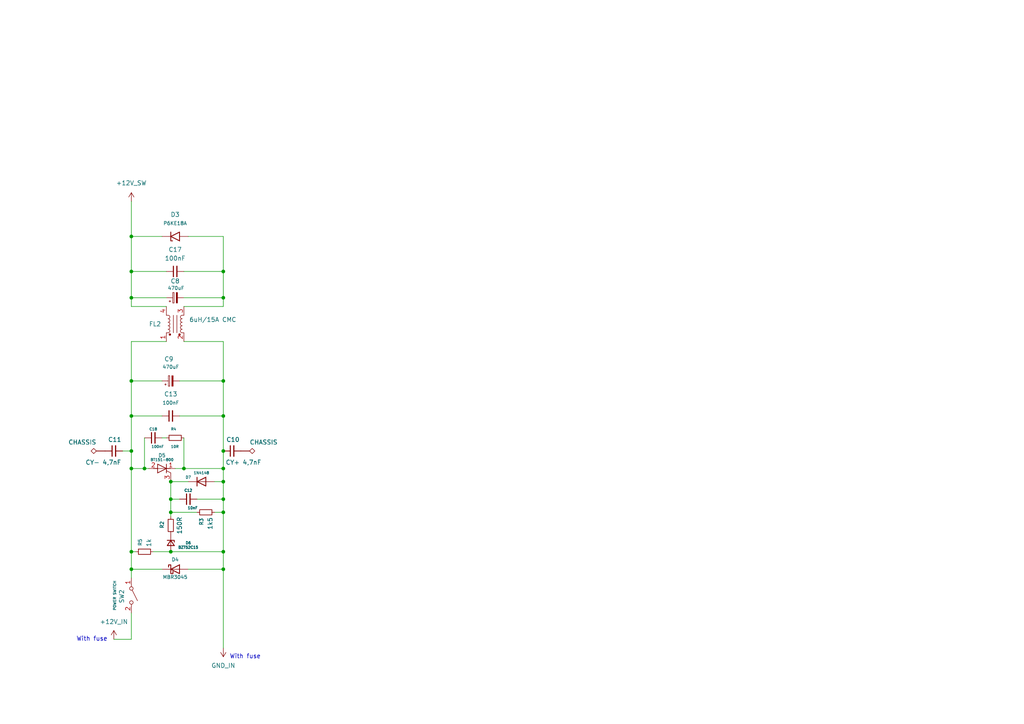
<source format=kicad_sch>
(kicad_sch (version 20250114) (generator "eeschema") (generator_version "9.0")
  (paper "A4")
  (title_block (title "Omega Radio"))
  (lib_symbols
    (symbol "Connector:TestPoint_Alt" (pin_numbers (hide yes)) (pin_names (offset 0.762) (hide yes))
      (property "Reference" "TP" (at 0 6.858 0))
      (property "Value" "TestPoint_Alt" (at 0 5.08 0))
      (symbol "TestPoint_Alt_0_1"
        (polyline (pts (xy 0 2.54) (xy -0.762 3.302) (xy 0 4.064) (xy 0.762 3.302) (xy 0 2.54)))
      )
      (symbol "TestPoint_Alt_1_1"
        (pin passive line (at 0 0 90) (length 2.54) (name "1") (number "1"))
      )
    )
    (symbol "Device:C_Polarized_Small" (pin_numbers (hide yes)) (pin_names (offset 0.254) (hide yes))
      (property "Reference" "C" (at 0.254 1.778 0))
      (property "Value" "C_Polarized_Small" (at 0.254 -2.032 0))
      (symbol "C_Polarized_Small_0_1"
        (rectangle (start -1.524 0.6858) (end 1.524 0.3048))
        (rectangle (start -1.524 -0.3048) (end 1.524 -0.6858) (fill (type outline)))
        (polyline (pts (xy -1.27 1.524) (xy -0.762 1.524)))
        (polyline (pts (xy -1.016 1.27) (xy -1.016 1.778)))
      )
      (symbol "C_Polarized_Small_1_1"
        (pin passive line (at 0 2.54 270) (length 1.8542) (name "~") (number "1"))
        (pin passive line (at 0 -2.54 90) (length 1.8542) (name "~") (number "2"))
      )
    )
    (symbol "Device:C_Small" (pin_numbers (hide yes)) (pin_names (offset 0.254) (hide yes))
      (property "Reference" "C" (at 0.254 1.778 0))
      (property "Value" "C_Small" (at 0.254 -2.032 0))
      (symbol "C_Small_0_1"
        (polyline (pts (xy -1.524 0.508) (xy 1.524 0.508)) (stroke (width 0.3048)))
        (polyline (pts (xy -1.524 -0.508) (xy 1.524 -0.508)) (stroke (width 0.3302)))
      )
      (symbol "C_Small_1_1"
        (pin passive line (at 0 2.54 270) (length 2.032) (name "~") (number "1"))
        (pin passive line (at 0 -2.54 90) (length 2.032) (name "~") (number "2"))
      )
    )
    (symbol "Device:D_Zener_Small" (pin_numbers (hide yes)) (pin_names (offset 0.254) (hide yes))
      (property "Reference" "D" (at 0 2.286 0))
      (property "Value" "D_Zener_Small" (at 0 -2.286 0))
      (symbol "D_Zener_Small_0_1"
        (polyline (pts (xy -0.254 1.016) (xy -0.762 1.016) (xy -0.762 -1.016)) (stroke (width 0.254)))
        (polyline (pts (xy 0.762 1.016) (xy -0.762 0) (xy 0.762 -1.016) (xy 0.762 1.016)) (stroke (width 0.254)))
        (polyline (pts (xy 0.762 0) (xy -0.762 0)))
      )
      (symbol "D_Zener_Small_1_1"
        (pin passive line (at -2.54 0 0) (length 1.778) (name "K") (number "1"))
        (pin passive line (at 2.54 0 180) (length 1.778) (name "A") (number "2"))
      )
    )
    (symbol "Device:Q_SCR_KAG" (pin_names (offset 0) (hide yes))
      (property "Reference" "D" (at 1.905 0.635 0))
      (property "Value" "Q_SCR_KAG" (at 1.905 -1.27 0))
      (symbol "Q_SCR_KAG_0_1"
        (polyline (pts (xy -1.27 1.27) (xy 1.27 1.27) (xy 0 -1.27) (xy -1.27 1.27)) (stroke (width 0.2032)))
        (polyline (pts (xy -1.27 -1.27) (xy 1.27 -1.27)) (stroke (width 0.2032)))
        (polyline (pts (xy -1.27 -2.54) (xy -0.635 -1.27)))
        (polyline (pts (xy 0 -2.54) (xy 0 2.54)))
      )
      (symbol "Q_SCR_KAG_1_1"
        (pin input line (at -3.81 -2.54 0) (length 2.54) (name "G") (number "3"))
        (pin passive line (at 0 3.81 270) (length 2.54) (name "A") (number "2"))
        (pin passive line (at 0 -3.81 90) (length 2.54) (name "K") (number "1"))
      )
    )
    (symbol "Device:R_Small" (pin_numbers (hide yes)) (pin_names (offset 0.254) (hide yes))
      (property "Reference" "R" (at 0 0 90))
      (property "Value" "R_Small" (at 1.778 0 90))
      (symbol "R_Small_0_1"
        (rectangle (start -0.762 1.778) (end 0.762 -1.778) (stroke (width 0.2032)))
      )
      (symbol "R_Small_1_1"
        (pin passive line (at 0 2.54 270) (length 0.762) (name "~") (number "1"))
        (pin passive line (at 0 -2.54 90) (length 0.762) (name "~") (number "2"))
      )
    )
    (symbol "Diode:1N4148" (pin_numbers (hide yes)) (pin_names (hide yes))
      (property "Reference" "D" (at 0 2.54 0))
      (property "Value" "1N4148" (at 0 -2.54 0))
      (symbol "1N4148_0_1"
        (polyline (pts (xy -1.27 1.27) (xy -1.27 -1.27)) (stroke (width 0.254)))
        (polyline (pts (xy 1.27 1.27) (xy 1.27 -1.27) (xy -1.27 0) (xy 1.27 1.27)) (stroke (width 0.254)))
        (polyline (pts (xy 1.27 0) (xy -1.27 0)))
      )
      (symbol "1N4148_1_1"
        (pin passive line (at -3.81 0 0) (length 2.54) (name "K") (number "1"))
        (pin passive line (at 3.81 0 180) (length 2.54) (name "A") (number "2"))
      )
    )
    (symbol "Diode:5KPxxA" (pin_numbers (hide yes)) (pin_names (offset 1.016) (hide yes))
      (property "Reference" "D" (at 0 2.54 0))
      (property "Value" "5KPxxA" (at 0 -2.54 0))
      (symbol "5KPxxA_0_1"
        (polyline (pts (xy -0.762 1.27) (xy -1.27 1.27) (xy -1.27 -1.27)) (stroke (width 0.254)))
        (polyline (pts (xy 1.27 1.27) (xy 1.27 -1.27) (xy -1.27 0) (xy 1.27 1.27)) (stroke (width 0.254)))
      )
      (symbol "5KPxxA_1_1"
        (pin passive line (at -3.81 0 0) (length 2.54) (name "A1") (number "1"))
        (pin passive line (at 3.81 0 180) (length 2.54) (name "A2") (number "2"))
      )
    )
    (symbol "Diode:MBR735" (pin_numbers (hide yes)) (pin_names (offset 1.016) (hide yes))
      (property "Reference" "D" (at 0 2.54 0))
      (property "Value" "MBR735" (at 0 -2.54 0))
      (symbol "MBR735_0_1"
        (polyline (pts (xy -1.905 0.635) (xy -1.905 1.27) (xy -1.27 1.27) (xy -1.27 -1.27) (xy -0.635 -1.27) (xy -0.635 -0.635)) (stroke (width 0.254)))
        (polyline (pts (xy 1.27 1.27) (xy 1.27 -1.27) (xy -1.27 0) (xy 1.27 1.27)) (stroke (width 0.254)))
        (polyline (pts (xy 1.27 0) (xy -1.27 0)))
      )
      (symbol "MBR735_1_1"
        (pin passive line (at -3.81 0 0) (length 2.54) (name "K") (number "1"))
        (pin passive line (at 3.81 0 180) (length 2.54) (name "A") (number "2"))
      )
    )
    (symbol "Filter:Choke_CommonMode_PulseElectronics_PH9455x105NL" (pin_names (hide yes))
      (property "Reference" "FL" (at 0 5.08 0))
      (property "Value" "Choke_CommonMode_PulseElectronics_PH9455x105NL" (at 0 -5.08 0))
      (symbol "Choke_CommonMode_PulseElectronics_PH9455x105NL_1_1"
        (circle (center -3.048 1.524) (radius 0.254) (fill (type outline)))
        (circle (center -3.048 -1.27) (radius 0.254) (fill (type outline)))
        (polyline (pts (xy -2.54 2.032) (xy -2.54 2.54)))
        (polyline (pts (xy -2.54 0.508) (xy 2.54 0.508)))
        (polyline (pts (xy -2.54 -2.032) (xy -2.54 -2.54)))
        (arc (start -1.524 2.032) (mid -2.032 1.5262) (end -2.54 2.032))
        (arc (start -2.54 -2.032) (mid -2.032 -1.5262) (end -1.524 -2.032))
        (arc (start -0.508 2.032) (mid -1.016 1.5262) (end -1.524 2.032))
        (arc (start -1.524 -2.032) (mid -1.016 -1.5262) (end -0.508 -2.032))
        (arc (start 0.508 2.032) (mid 0 1.5262) (end -0.508 2.032))
        (arc (start -0.508 -2.032) (mid 0 -1.5262) (end 0.508 -2.032))
        (arc (start 1.524 2.032) (mid 1.016 1.5262) (end 0.508 2.032))
        (arc (start 0.508 -2.032) (mid 1.016 -1.5262) (end 1.524 -2.032))
        (arc (start 2.54 2.032) (mid 2.032 1.5262) (end 1.524 2.032))
        (arc (start 1.524 -2.032) (mid 2.032 -1.5262) (end 2.54 -2.032))
        (polyline (pts (xy 2.54 2.54) (xy 2.54 2.032)))
        (polyline (pts (xy 2.54 -0.508) (xy -2.54 -0.508)))
        (polyline (pts (xy 2.54 -2.032) (xy 2.54 -2.54)))
        (pin passive line (at -5.08 2.54 0) (length 2.54) (name "1") (number "1"))
        (pin passive line (at -5.08 -2.54 0) (length 2.54) (name "2") (number "2"))
        (pin passive line (at 5.08 2.54 180) (length 2.54) (name "4") (number "4"))
        (pin passive line (at 5.08 -2.54 180) (length 2.54) (name "3") (number "3"))
      )
    )
    (symbol "Switch:SW_SPST" (pin_names (offset 0) (hide yes))
      (property "Reference" "SW" (at 0 3.175 0))
      (property "Value" "SW_SPST" (at 0 -2.54 0))
      (symbol "SW_SPST_0_0"
        (circle (center -2.032 0) (radius 0.508))
        (polyline (pts (xy -1.524 0.254) (xy 1.524 1.778)))
        (circle (center 2.032 0) (radius 0.508))
      )
      (symbol "SW_SPST_1_1"
        (pin passive line (at -5.08 0 0) (length 2.54) (name "A") (number "1"))
        (pin passive line (at 5.08 0 180) (length 2.54) (name "B") (number "2"))
      )
    )
    (symbol "power:+12V" (power) (pin_numbers (hide yes)) (pin_names (offset 0) (hide yes))
      (property "Value" "+12V" (at 0 3.556 0))
      (symbol "+12V_0_1"
        (polyline (pts (xy -0.762 1.27) (xy 0 2.54)))
        (polyline (pts (xy 0 2.54) (xy 0.762 1.27)))
        (polyline (pts (xy 0 0) (xy 0 2.54)))
      )
      (symbol "+12V_1_1"
        (pin power_in line (at 0 0 90) (length 0) (name "~") (number "1"))
      )
    )
  )
  (text "With fuse" (at 26.67 185.42 0) (effects (font (size 1.27 1.27))))
  (text "With fuse" (at 71.12 190.5 0) (effects (font (size 1.27 1.27))))
  (junction (at 64.77 110.49))
  (junction (at 38.1 120.65))
  (junction (at 49.53 139.7))
  (junction (at 38.1 135.89))
  (junction (at 49.53 148.59))
  (junction (at 38.1 68.58))
  (junction (at 41.91 135.89))
  (junction (at 53.34 135.89))
  (junction (at 64.77 130.81))
  (junction (at 64.77 144.78))
  (junction (at 64.77 165.1))
  (junction (at 64.77 135.89))
  (junction (at 64.77 148.59))
  (junction (at 38.1 165.1))
  (junction (at 38.1 86.36))
  (junction (at 38.1 78.74))
  (junction (at 49.53 160.02))
  (junction (at 64.77 160.02))
  (junction (at 38.1 160.02))
  (junction (at 64.77 139.7))
  (junction (at 38.1 130.81))
  (junction (at 49.53 144.78))
  (junction (at 38.1 110.49))
  (junction (at 64.77 120.65))
  (junction (at 64.77 78.74))
  (junction (at 64.77 86.36))
  (wire (pts (xy 38.1 110.49) (xy 38.1 120.65)))
  (wire (pts (xy 49.53 144.78) (xy 52.07 144.78)))
  (wire (pts (xy 54.61 68.58) (xy 64.77 68.58)))
  (wire (pts (xy 49.53 149.86) (xy 49.53 148.59)))
  (wire (pts (xy 62.23 148.59) (xy 64.77 148.59)))
  (wire (pts (xy 43.18 135.89) (xy 41.91 135.89)))
  (wire (pts (xy 38.1 86.36) (xy 38.1 88.9)))
  (wire (pts (xy 49.53 139.7) (xy 54.61 139.7)))
  (wire (pts (xy 53.34 135.89) (xy 64.77 135.89)))
  (wire (pts (xy 38.1 130.81) (xy 38.1 135.89)))
  (wire (pts (xy 38.1 99.06) (xy 48.26 99.06)))
  (wire (pts (xy 44.45 160.02) (xy 49.53 160.02)))
  (wire (pts (xy 50.8 135.89) (xy 53.34 135.89)))
  (wire (pts (xy 64.77 88.9) (xy 53.34 88.9)))
  (wire (pts (xy 64.77 135.89) (xy 64.77 139.7)))
  (wire (pts (xy 64.77 68.58) (xy 64.77 78.74)))
  (wire (pts (xy 38.1 68.58) (xy 38.1 78.74)))
  (wire (pts (xy 62.23 139.7) (xy 64.77 139.7)))
  (wire (pts (xy 64.77 88.9) (xy 64.77 86.36)))
  (wire (pts (xy 33.02 185.42) (xy 38.1 185.42)))
  (wire (pts (xy 49.53 148.59) (xy 49.53 144.78)))
  (wire (pts (xy 53.34 86.36) (xy 64.77 86.36)))
  (wire (pts (xy 49.53 148.59) (xy 57.15 148.59)))
  (wire (pts (xy 38.1 185.42) (xy 38.1 177.8)))
  (wire (pts (xy 38.1 167.64) (xy 38.1 165.1)))
  (wire (pts (xy 48.26 127) (xy 46.99 127)))
  (wire (pts (xy 38.1 130.81) (xy 35.56 130.81)))
  (wire (pts (xy 38.1 160.02) (xy 38.1 165.1)))
  (wire (pts (xy 38.1 135.89) (xy 38.1 160.02)))
  (wire (pts (xy 38.1 165.1) (xy 46.99 165.1)))
  (wire (pts (xy 41.91 127) (xy 41.91 135.89)))
  (wire (pts (xy 64.77 110.49) (xy 64.77 120.65)))
  (wire (pts (xy 53.34 78.74) (xy 64.77 78.74)))
  (wire (pts (xy 64.77 110.49) (xy 52.07 110.49)))
  (wire (pts (xy 64.77 120.65) (xy 64.77 130.81)))
  (wire (pts (xy 49.53 160.02) (xy 64.77 160.02)))
  (wire (pts (xy 38.1 86.36) (xy 48.26 86.36)))
  (wire (pts (xy 38.1 88.9) (xy 48.26 88.9)))
  (wire (pts (xy 38.1 78.74) (xy 48.26 78.74)))
  (wire (pts (xy 38.1 160.02) (xy 39.37 160.02)))
  (wire (pts (xy 64.77 99.06) (xy 64.77 110.49)))
  (wire (pts (xy 64.77 165.1) (xy 64.77 187.96)))
  (wire (pts (xy 64.77 78.74) (xy 64.77 86.36)))
  (wire (pts (xy 38.1 78.74) (xy 38.1 86.36)))
  (wire (pts (xy 38.1 120.65) (xy 38.1 130.81)))
  (wire (pts (xy 64.77 120.65) (xy 52.07 120.65)))
  (wire (pts (xy 38.1 120.65) (xy 46.99 120.65)))
  (wire (pts (xy 38.1 99.06) (xy 38.1 110.49)))
  (wire (pts (xy 64.77 148.59) (xy 64.77 160.02)))
  (wire (pts (xy 38.1 58.42) (xy 38.1 68.58)))
  (wire (pts (xy 64.77 130.81) (xy 64.77 135.89)))
  (wire (pts (xy 53.34 127) (xy 53.34 135.89)))
  (wire (pts (xy 64.77 160.02) (xy 64.77 165.1)))
  (wire (pts (xy 38.1 110.49) (xy 46.99 110.49)))
  (wire (pts (xy 41.91 135.89) (xy 38.1 135.89)))
  (wire (pts (xy 64.77 139.7) (xy 64.77 144.78)))
  (wire (pts (xy 64.77 165.1) (xy 54.61 165.1)))
  (wire (pts (xy 64.77 144.78) (xy 64.77 148.59)))
  (wire (pts (xy 64.77 99.06) (xy 53.34 99.06)))
  (wire (pts (xy 57.15 144.78) (xy 64.77 144.78)))
  (wire (pts (xy 49.53 139.7) (xy 49.53 144.78)))
  (wire (pts (xy 38.1 68.58) (xy 46.99 68.58)))
  (symbol (lib_id "Device:R_Small") (at 41.91 160.02 90) (mirror x) (unit 1)
    (property "Reference" "R5" (at 40.64 156.21 0) (effects (font (size 1.016 1.016)) (justify left)))
    (property "Value" "1k" (at 43.18 156.21 0) (effects (justify left)))
    (property "Description" "Resistor, small symbol" (effects (hide yes)))
  )
  (symbol (lib_id "Device:Q_SCR_KAG") (at 46.99 135.89 90) (unit 1)
    (property "Reference" "D5" (at 46.99 132.08 90) (effects (font (size 1.016 1.016))))
    (property "Value" "BT151-800" (at 46.99 133.35 90) (effects (font (size 0.762 0.762))))
    (property "Description" "Silicon controlled rectifier, cathode/anode/gate" (effects (hide yes)))
  )
  (symbol (lib_id "Device:C_Small") (at 67.31 130.81 90) (unit 1)
    (property "Reference" "C10" (at 67.564 127.508 90))
    (property "Value" "CY+ 4,7nF" (at 70.612 134.112 90))
    (property "Description" "Unpolarized capacitor, small symbol" (effects (hide yes)))
  )
  (symbol (lib_id "Diode:MBR735") (at 50.8 165.1 0) (unit 1)
    (property "Reference" "D4" (at 50.8 162.306 0) (effects (font (size 1.016 1.016))))
    (property "Value" "MBR3045" (at 50.8 167.386 0) (effects (font (size 1.016 1.016))))
    (property "Footprint" "Package_TO_SOT_THT:TO-220-2_Vertical" (effects (hide yes)))
    (property "Datasheet" "http://www.onsemi.com/pub_link/Collateral/MBR735-D.PDF" (effects (hide yes)))
    (property "Description" "35V 7.5A Schottky Barrier Rectifier Diode, TO-220" (effects (hide yes)))
  )
  (symbol (lib_id "Device:C_Polarized_Small") (at 49.53 110.49 90) (unit 1)
    (property "Reference" "C9" (at 48.9839 104.14 90))
    (property "Value" "470uF" (at 49.53 106.426 90) (effects (font (size 1.016 1.016))))
    (property "Description" "Polarized capacitor, small symbol" (effects (hide yes)))
  )
  (symbol (lib_id "Device:C_Small") (at 54.61 144.78 90) (unit 1)
    (property "Reference" "C12" (at 54.61 142.24 90) (effects (font (size 0.762 0.762))))
    (property "Value" "10nF" (at 55.88 147.32 90) (effects (font (size 0.762 0.762))))
    (property "Description" "Unpolarized capacitor, small symbol" (effects (hide yes)))
  )
  (symbol (lib_id "Device:C_Polarized_Small") (at 50.8 86.36 90) (unit 1)
    (property "Reference" "C8" (at 50.8 81.534 90))
    (property "Value" "470uF" (at 51.054 83.566 90) (effects (font (size 1.016 1.016))))
    (property "Description" "Polarized capacitor, small symbol" (effects (hide yes)))
  )
  (symbol (lib_id "power:+12V") (at 33.02 185.42 0) (unit 1)
    (property "Reference" "#PWR016" (effects (hide yes)))
    (property "Value" "+12V_IN" (at 33.02 180.34 0))
    (property "Description" "Power symbol creates a global label with name \"+12V\"" (effects (hide yes)))
  )
  (symbol (lib_id "Device:D_Zener_Small") (at 49.53 157.48 270) (unit 1)
    (property "Reference" "D6" (at 54.61 157.48 90) (effects (font (size 0.762 0.762))))
    (property "Value" "BZT52C15" (at 54.61 158.75 90) (effects (font (size 0.762 0.762))))
    (property "Description" "Zener diode, small symbol" (effects (hide yes)))
  )
  (symbol (lib_id "Device:C_Small") (at 44.45 127 90) (unit 1)
    (property "Reference" "C18" (at 44.45 124.46 90) (effects (font (size 0.762 0.762))))
    (property "Value" "100nF" (at 45.72 129.54 90) (effects (font (size 0.762 0.762))))
    (property "Description" "Unpolarized capacitor, small symbol" (effects (hide yes)))
  )
  (symbol (lib_id "Device:C_Small") (at 49.53 120.65 90) (unit 1)
    (property "Reference" "C13" (at 49.53 114.3 90))
    (property "Value" "100nF" (at 49.53 116.84 90) (effects (font (size 1.016 1.016))))
    (property "Description" "Unpolarized capacitor, small symbol" (effects (hide yes)))
  )
  (symbol (lib_id "Device:R_Small") (at 50.8 127 90) (unit 1)
    (property "Reference" "R4" (at 49.53 124.46 90) (effects (font (size 0.762 0.762)) (justify right)))
    (property "Value" "10R" (at 49.53 129.54 90) (effects (font (size 0.762 0.762)) (justify right)))
    (property "Description" "Resistor, small symbol" (effects (hide yes)))
  )
  (symbol (lib_id "Device:C_Small") (at 33.02 130.81 90) (unit 1)
    (property "Reference" "C11" (at 33.274 127.508 90))
    (property "Value" "CY- 4,7nF" (at 29.972 134.112 90))
    (property "Description" "Unpolarized capacitor, small symbol" (effects (hide yes)))
  )
  (symbol (lib_id "Device:R_Small") (at 49.53 152.4 0) (mirror x) (unit 1)
    (property "Reference" "R2" (at 46.99 151.13 90) (effects (font (size 1.016 1.016)) (justify left)))
    (property "Value" "150R" (at 52.07 149.86 90) (effects (justify left)))
    (property "Description" "Resistor, small symbol" (effects (hide yes)))
  )
  (symbol (lib_id "Switch:SW_SPST") (at 38.1 172.72 270) (unit 1)
    (property "Reference" "SW2" (at 35.306 172.974 0))
    (property "Value" "POWER SWITCH" (at 33.274 172.72 0) (effects (font (size 0.762 0.762))))
    (property "Description" "Single Pole Single Throw (SPST) switch" (effects (hide yes)))
  )
  (symbol (lib_id "Connector:TestPoint_Alt") (at 30.48 130.81 90) (unit 1)
    (property "Reference" "CHASSIS" (at 23.876 128.27 90))
    (property "Value" "TestPoint_Alt" (effects (hide yes)))
    (property "Description" "test point (alternative shape)" (effects (hide yes)))
  )
  (symbol (lib_id "Device:R_Small") (at 59.69 148.59 90) (unit 1)
    (property "Reference" "R3" (at 58.42 152.4 0) (effects (font (size 1.016 1.016)) (justify left)))
    (property "Value" "1k5" (at 60.96 153.67 0) (effects (justify left)))
    (property "Description" "Resistor, small symbol" (effects (hide yes)))
  )
  (symbol (lib_id "Filter:Choke_CommonMode_PulseElectronics_PH9455x105NL") (at 50.8 93.98 90) (unit 1)
    (property "Reference" "FL2" (at 46.736 93.98 90) (effects (justify left)))
    (property "Value" "6uH/15A CMC" (at 68.58 92.71 90) (effects (justify left)))
    (property "Footprint" "Inductor_THT:L_CommonMode_PulseElectronics_PH9455x105NL_1" (effects (hide yes)))
    (property "Datasheet" "https://productfinder.pulseelectronics.com/api/open/product-attachments/datasheet/ph9455.105nl" (effects (hide yes)))
    (property "Description" "Common mode choke, 22A, 380VAC, 1mH, 2.1 mOhm, PH9455x105NL" (effects (hide yes)))
  )
  (symbol (lib_id "power:+12V") (at 64.77 187.96 180) (unit 1)
    (property "Reference" "#PWR017" (effects (hide yes)))
    (property "Value" "GND_IN" (at 64.77 193.04 0))
    (property "Description" "Power symbol creates a global label with name \"+12V\"" (effects (hide yes)))
  )
  (symbol (lib_id "power:+12V") (at 38.1 58.42 0) (unit 1)
    (property "Reference" "#PWR014" (effects (hide yes)))
    (property "Value" "+12V_SW" (at 38.1 53.086 0))
    (property "Description" "Power symbol creates a global label with name \"+12V\"" (effects (hide yes)))
  )
  (symbol (lib_id "Device:C_Small") (at 50.8 78.74 90) (unit 1)
    (property "Reference" "C17" (at 50.8063 72.39 90))
    (property "Value" "100nF" (at 50.8063 74.93 90))
    (property "Description" "Unpolarized capacitor, small symbol" (effects (hide yes)))
  )
  (symbol (lib_id "Diode:1N4148") (at 58.42 139.7 0) (unit 1)
    (property "Reference" "D7" (at 54.61 138.43 0) (effects (font (size 0.762 0.762))))
    (property "Value" "1N4148" (at 58.42 137.16 0) (effects (font (size 0.762 0.762))))
    (property "Footprint" "Diode_THT:D_DO-35_SOD27_P7.62mm_Horizontal" (effects (hide yes)))
    (property "Datasheet" "https://assets.nexperia.com/documents/data-sheet/1N4148_1N4448.pdf" (effects (hide yes)))
    (property "Description" "100V 0.15A standard switching diode, DO-35" (effects (hide yes)))
    (property "Sim.Device" "D" (effects (hide yes)))
    (property "Sim.Pins" "1=K 2=A" (effects (hide yes)))
  )
  (symbol (lib_id "Diode:5KPxxA") (at 50.8 68.58 0) (mirror x) (unit 1)
    (property "Reference" "D3" (at 50.8 62.23 0))
    (property "Value" "P6KE18A" (at 50.8 64.77 0) (effects (font (size 1.016 1.016))))
    (property "Footprint" "Diode_THT:D_P600_R-6_P20.00mm_Horizontal" (effects (hide yes)))
    (property "Datasheet" "https://diotec.com/tl_files/diotec/files/pdf/datasheets/5kp65.pdf" (effects (hide yes)))
    (property "Description" "5000W unidirectional Transient Voltage Suppressor, P-600" (effects (hide yes)))
  )
  (symbol (lib_id "Connector:TestPoint_Alt") (at 69.85 130.81 270) (unit 1)
    (property "Reference" "CHASSIS" (at 72.39 128.27 90) (effects (justify left)))
    (property "Value" "TestPoint_Alt" (effects (hide yes)))
    (property "Description" "test point (alternative shape)" (effects (hide yes)))
  )
)
</source>
